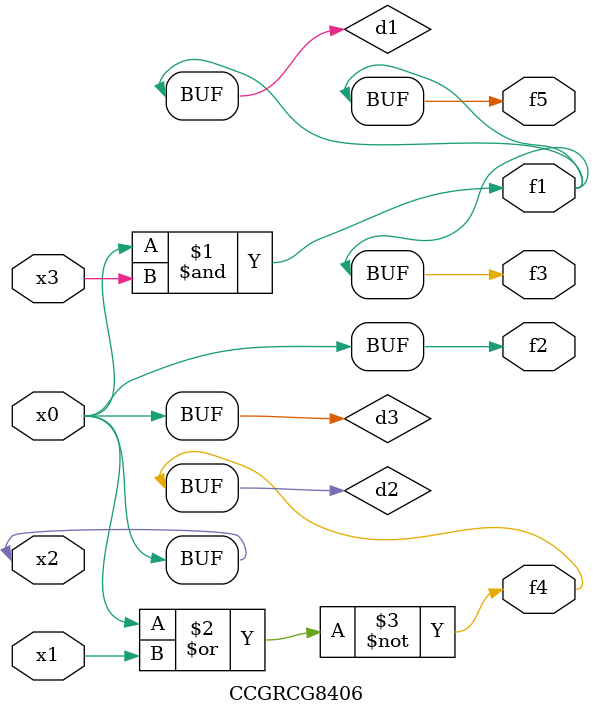
<source format=v>
module CCGRCG8406(
	input x0, x1, x2, x3,
	output f1, f2, f3, f4, f5
);

	wire d1, d2, d3;

	and (d1, x2, x3);
	nor (d2, x0, x1);
	buf (d3, x0, x2);
	assign f1 = d1;
	assign f2 = d3;
	assign f3 = d1;
	assign f4 = d2;
	assign f5 = d1;
endmodule

</source>
